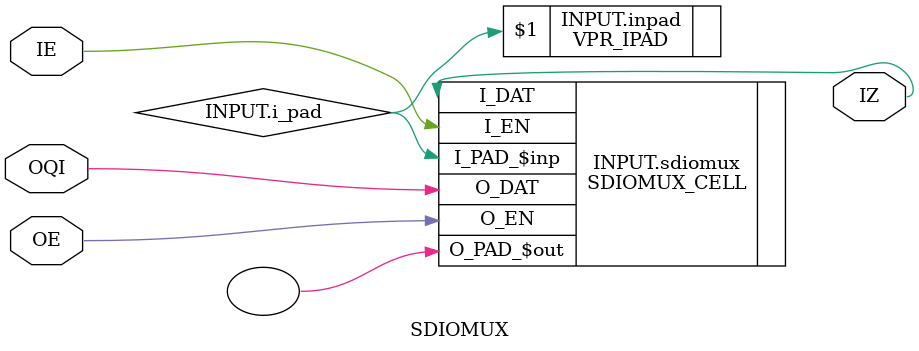
<source format=v>
`include "../vpr_pad/vpr_ipad.sim.v"
`include "../vpr_pad/vpr_opad.sim.v"
`include "./sdiomux_cell.sim.v"

(* MODES="INPUT;OUTPUT;INOUT" *)
module SDIOMUX(
    input  wire OQI,
    input  wire IE,
    input  wire OE,
    output wire IZ,
);

    parameter MODE = "INPUT";

    // Input mode
    generate if (MODE == "INPUT") begin : INPUT

        (* pack="IPAD_TO_SDIOMUX" *)
        wire i_pad;

        (* keep *)
        VPR_IPAD inpad(i_pad);

        (* keep *)
        SDIOMUX_CELL sdiomux(
            .I_PAD_$inp(i_pad),
            .I_DAT(IZ),
            .I_EN (IE),
            .O_PAD_$out(),
            .O_DAT(OQI),
            .O_EN (OE)
        );

    // Output mode
    end if (MODE == "OUTPUT") begin : OUTPUT

        (* pack="SDIOMUX_TO_OPAD" *)
        wire o_pad;

        (* keep *)
        VPR_OPAD outpad(o_pad);

        (* keep *)
        SDIOMUX_CELL sdiomux(
            .I_PAD_$inp(),
            .I_DAT(IZ),
            .I_EN (IE),
            .O_PAD_$out(o_pad),
            .O_DAT(OQI),
            .O_EN (OE)
        );
    // InOut mode
    end if (MODE == "INOUT") begin : INOUT

        (* pack="IOPAD_TO_SDIOMUX" *)
        wire i_pad;

        (* pack="IOPAD_TO_SDIOMUX" *)
        wire o_pad;

        (* keep *)
        VPR_IPAD inpad(i_pad);

        (* keep *)
        VPR_OPAD outpad(o_pad);

        (* keep *)
        SDIOMUX_CELL sdiomux(
            .I_PAD_$inp(i_pad),
            .I_DAT(IZ),
            .I_EN (IE),
            .O_PAD_$out(o_pad),
            .O_DAT(OQI),
            .O_EN (OE)
        );

    end endgenerate

endmodule

</source>
